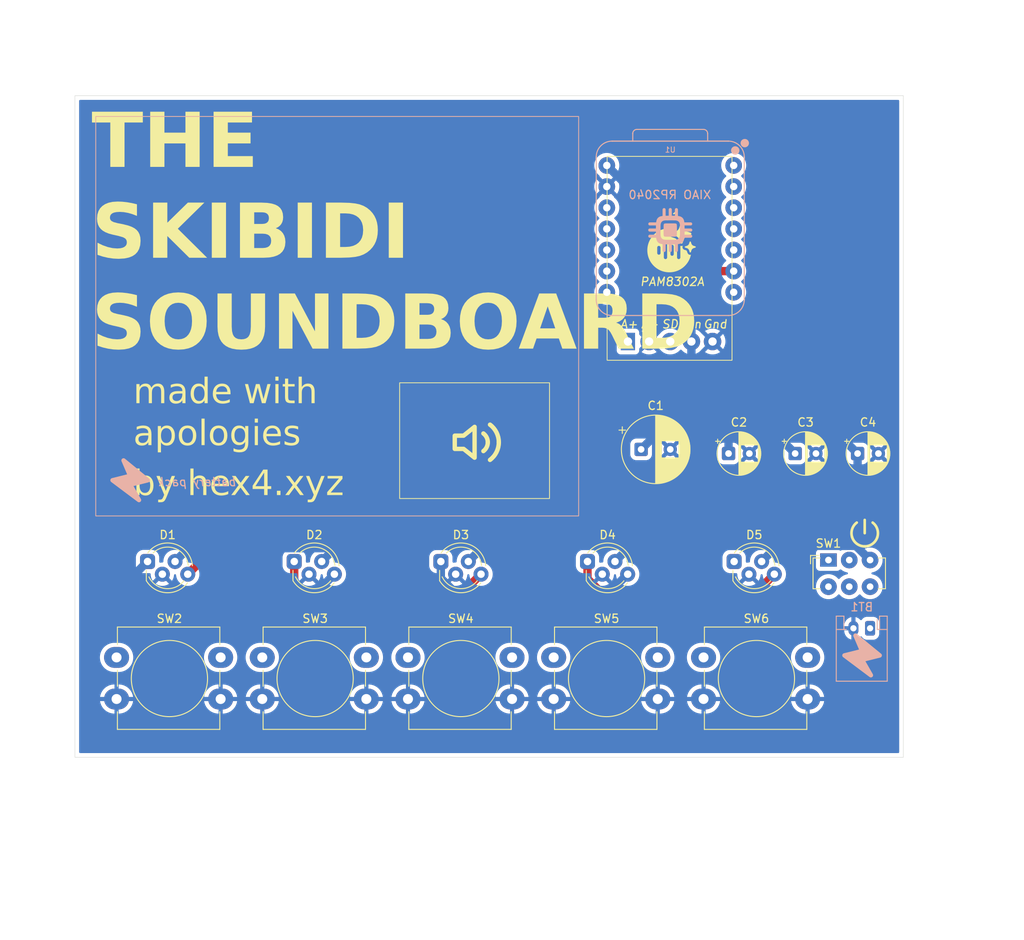
<source format=kicad_pcb>
(kicad_pcb (version 20241229) (generator "pcbnew") (generator_version "9.0")
  (layers (0 "F.Cu" signal) (2 "B.Cu" signal) (13 "F.Paste" user) (15 "B.Paste" user) (5 "F.SilkS" user "F.Silkscreen") (7 "B.SilkS" user "B.Silkscreen") (1 "F.Mask" user) (3 "B.Mask" user) (25 "Edge.Cuts" user))
  (net 0 "")
  (net 1 "Net-(BT1-+)")
  (net 2 "GND")
  (net 3 "+5V")
  (net 4 "Net-(D1-DOUT)")
  (net 5 "RGB")
  (net 6 "Net-(D2-DOUT)")
  (net 7 "Net-(D3-DOUT)")
  (net 8 "Net-(D4-DOUT)")
  (net 11 "A+")
  (net 13 "BTN1")
  (net 14 "BTN2")
  (net 15 "BTN3")
  (net 16 "BTN4")
  (net 17 "BTN5")
  (footprint "LED_THT:LED_D5.0mm-4_RGB_Staggered_Pins" (layer "F.Cu") (at 172.561 93.476)
    (property "Reference" "D4" (at 2.413 -3.198 0) (layer "F.SilkS"))
    (property "Value" "NeoPixel_THT")
    (pad "1" thru_hole roundrect (at 0 0) (size 1.8 1.8) (drill 0.9) (layers "*.Cu" "*.Mask") (net 8 "Net-(D4-DOUT)"))
    (pad "2" thru_hole circle (at 1.778 1.524) (size 1.8 1.8) (drill 0.9) (layers "*.Cu" "*.Mask") (net 2 "GND"))
    (pad "3" thru_hole circle (at 3.302 0) (size 1.8 1.8) (drill 0.9) (layers "*.Cu" "*.Mask") (net 3 "+5V"))
    (pad "4" thru_hole circle (at 4.826 1.524) (size 1.8 1.8) (drill 0.9) (layers "*.Cu" "*.Mask") (net 7 "Net-(D3-DOUT)"))
  )
  (footprint "Button_Switch_THT:SW_PUSH-12mm_Wuerth-430476085716" (layer "F.Cu") (at 133.5 105)
    (property "Reference" "SW3" (at 6.35 -4.66 0) (layer "F.SilkS"))
    (property "Value" "SW_Push")
    (pad "1" thru_hole oval (at 0 0) (size 3 2.5) (drill 1.2) (layers "*.Cu" "*.Mask") (net 14 "BTN2"))
    (pad "1" thru_hole oval (at 12.5 0) (size 3 2.5) (drill 1.2) (layers "*.Cu" "*.Mask") (net 14 "BTN2"))
    (pad "2" thru_hole oval (at 0 5) (size 3 2.5) (drill 1.2) (layers "*.Cu" "*.Mask") (net 2 "GND"))
    (pad "2" thru_hole oval (at 12.5 5) (size 3 2.5) (drill 1.2) (layers "*.Cu" "*.Mask") (net 2 "GND"))
  )
  (footprint "LED_THT:LED_D5.0mm-4_RGB_Staggered_Pins" (layer "F.Cu") (at 119.722 93.476)
    (property "Reference" "D1" (at 2.413 -3.198 0) (layer "F.SilkS"))
    (property "Value" "NeoPixel_THT")
    (pad "1" thru_hole roundrect (at 0 0) (size 1.8 1.8) (drill 0.9) (layers "*.Cu" "*.Mask") (net 4 "Net-(D1-DOUT)"))
    (pad "2" thru_hole circle (at 1.778 1.524) (size 1.8 1.8) (drill 0.9) (layers "*.Cu" "*.Mask") (net 2 "GND"))
    (pad "3" thru_hole circle (at 3.302 0) (size 1.8 1.8) (drill 0.9) (layers "*.Cu" "*.Mask") (net 3 "+5V"))
    (pad "4" thru_hole circle (at 4.826 1.524) (size 1.8 1.8) (drill 0.9) (layers "*.Cu" "*.Mask") (net 5 "RGB"))
  )
  (footprint "Capacitor_THT:CP_Radial_D5.0mm_P2.50mm" (layer "F.Cu") (at 189.5 80.5)
    (property "Reference" "C2" (at 1.25 -3.75 0) (layer "F.SilkS"))
    (property "Value" "0.1uF")
    (pad "1" thru_hole roundrect (at 0 0) (size 1.6 1.6) (drill 0.8) (layers "*.Cu" "*.Mask") (roundrect_rratio 0.15625) (net 3 "+5V"))
    (pad "2" thru_hole circle (at 2.5 0) (size 1.6 1.6) (drill 0.8) (layers "*.Cu" "*.Mask") (net 2 "GND"))
  )
  (footprint "Button_Switch_THT:SW_PUSH-12mm_Wuerth-430476085716" (layer "F.Cu") (at 151 105)
    (property "Reference" "SW4" (at 6.35 -4.66 0) (layer "F.SilkS"))
    (property "Value" "SW_Push")
    (pad "1" thru_hole oval (at 0 0) (size 3 2.5) (drill 1.2) (layers "*.Cu" "*.Mask") (net 15 "BTN3"))
    (pad "1" thru_hole oval (at 12.5 0) (size 3 2.5) (drill 1.2) (layers "*.Cu" "*.Mask") (net 15 "BTN3"))
    (pad "2" thru_hole oval (at 0 5) (size 3 2.5) (drill 1.2) (layers "*.Cu" "*.Mask") (net 2 "GND"))
    (pad "2" thru_hole oval (at 12.5 5) (size 3 2.5) (drill 1.2) (layers "*.Cu" "*.Mask") (net 2 "GND"))
  )
  (footprint "Capacitor_THT:CP_Radial_D5.0mm_P2.50mm" (layer "F.Cu") (at 197.5 80.5)
    (property "Reference" "C3" (at 1.25 -3.75 0) (layer "F.SilkS"))
    (property "Value" "0.1uF")
    (pad "1" thru_hole roundrect (at 0 0) (size 1.6 1.6) (drill 0.8) (layers "*.Cu" "*.Mask") (roundrect_rratio 0.15625) (net 3 "+5V"))
    (pad "2" thru_hole circle (at 2.5 0) (size 1.6 1.6) (drill 0.8) (layers "*.Cu" "*.Mask") (net 2 "GND"))
  )
  (footprint "Capacitor_THT:CP_Radial_D8.0mm_P3.50mm" (layer "F.Cu") (at 179 80)
    (property "Reference" "C1" (at 1.75 -5.25 0) (layer "F.SilkS"))
    (property "Value" "680uF")
    (pad "1" thru_hole roundrect (at 0 0) (size 1.6 1.6) (drill 0.8) (layers "*.Cu" "*.Mask") (roundrect_rratio 0.15625) (net 3 "+5V"))
    (pad "2" thru_hole circle (at 3.5 0) (size 1.6 1.6) (drill 0.8) (layers "*.Cu" "*.Mask") (net 2 "GND"))
  )
  (footprint "Button_Switch_THT:SW_PUSH-12mm_Wuerth-430476085716" (layer "F.Cu") (at 186.5 105)
    (property "Reference" "SW6" (at 6.35 -4.66 0) (layer "F.SilkS"))
    (property "Value" "SW_Push")
    (pad "1" thru_hole oval (at 0 0) (size 3 2.5) (drill 1.2) (layers "*.Cu" "*.Mask") (net 17 "BTN5"))
    (pad "1" thru_hole oval (at 12.5 0) (size 3 2.5) (drill 1.2) (layers "*.Cu" "*.Mask") (net 17 "BTN5"))
    (pad "2" thru_hole oval (at 0 5) (size 3 2.5) (drill 1.2) (layers "*.Cu" "*.Mask") (net 2 "GND"))
    (pad "2" thru_hole oval (at 12.5 5) (size 3 2.5) (drill 1.2) (layers "*.Cu" "*.Mask") (net 2 "GND"))
  )
  (footprint "LED_THT:LED_D5.0mm-4_RGB_Staggered_Pins" (layer "F.Cu") (at 137.335 93.476)
    (property "Reference" "D2" (at 2.413 -3.198 0) (layer "F.SilkS"))
    (property "Value" "NeoPixel_THT")
    (pad "1" thru_hole roundrect (at 0 0) (size 1.8 1.8) (drill 0.9) (layers "*.Cu" "*.Mask") (net 6 "Net-(D2-DOUT)"))
    (pad "2" thru_hole circle (at 1.778 1.524) (size 1.8 1.8) (drill 0.9) (layers "*.Cu" "*.Mask") (net 2 "GND"))
    (pad "3" thru_hole circle (at 3.302 0) (size 1.8 1.8) (drill 0.9) (layers "*.Cu" "*.Mask") (net 3 "+5V"))
    (pad "4" thru_hole circle (at 4.826 1.524) (size 1.8 1.8) (drill 0.9) (layers "*.Cu" "*.Mask") (net 4 "Net-(D1-DOUT)"))
  )
  (footprint "LED_THT:LED_D5.0mm-4_RGB_Staggered_Pins" (layer "F.Cu") (at 190.174 93.476)
    (property "Reference" "D5" (at 2.413 -3.198 0) (layer "F.SilkS"))
    (property "Value" "NeoPixel_THT")
    (pad "1" thru_hole roundrect (at 0 0) (size 1.8 1.8) (drill 0.9) (layers "*.Cu" "*.Mask"))
    (pad "2" thru_hole circle (at 1.778 1.524) (size 1.8 1.8) (drill 0.9) (layers "*.Cu" "*.Mask") (net 2 "GND"))
    (pad "3" thru_hole circle (at 3.302 0) (size 1.8 1.8) (drill 0.9) (layers "*.Cu" "*.Mask") (net 3 "+5V"))
    (pad "4" thru_hole circle (at 4.826 1.524) (size 1.8 1.8) (drill 0.9) (layers "*.Cu" "*.Mask") (net 8 "Net-(D4-DOUT)"))
  )
  (footprint "LED_THT:LED_D5.0mm-4_RGB_Staggered_Pins" (layer "F.Cu") (at 154.948 93.476)
    (property "Reference" "D3" (at 2.413 -3.198 0) (layer "F.SilkS"))
    (property "Value" "NeoPixel_THT")
    (pad "1" thru_hole roundrect (at 0 0) (size 1.8 1.8) (drill 0.9) (layers "*.Cu" "*.Mask") (net 7 "Net-(D3-DOUT)"))
    (pad "2" thru_hole circle (at 1.778 1.524) (size 1.8 1.8) (drill 0.9) (layers "*.Cu" "*.Mask") (net 2 "GND"))
    (pad "3" thru_hole circle (at 3.302 0) (size 1.8 1.8) (drill 0.9) (layers "*.Cu" "*.Mask") (net 3 "+5V"))
    (pad "4" thru_hole circle (at 4.826 1.524) (size 1.8 1.8) (drill 0.9) (layers "*.Cu" "*.Mask") (net 6 "Net-(D2-DOUT)"))
  )
  (footprint "Button_Switch_THT:SW_PUSH-12mm_Wuerth-430476085716" (layer "F.Cu") (at 168.5 105)
    (property "Reference" "SW5" (at 6.35 -4.66 0) (layer "F.SilkS"))
    (property "Value" "SW_Push")
    (pad "1" thru_hole oval (at 0 0) (size 3 2.5) (drill 1.2) (layers "*.Cu" "*.Mask") (net 16 "BTN4"))
    (pad "1" thru_hole oval (at 12.5 0) (size 3 2.5) (drill 1.2) (layers "*.Cu" "*.Mask") (net 16 "BTN4"))
    (pad "2" thru_hole oval (at 0 5) (size 3 2.5) (drill 1.2) (layers "*.Cu" "*.Mask") (net 2 "GND"))
    (pad "2" thru_hole oval (at 12.5 5) (size 3 2.5) (drill 1.2) (layers "*.Cu" "*.Mask") (net 2 "GND"))
  )
  (footprint "Button_Switch_THT:SW_PUSH-12mm_Wuerth-430476085716" (layer "F.Cu") (at 116 105)
    (property "Reference" "SW2" (at 6.35 -4.66 0) (layer "F.SilkS"))
    (property "Value" "SW_Push")
    (pad "1" thru_hole oval (at 0 0) (size 3 2.5) (drill 1.2) (layers "*.Cu" "*.Mask") (net 13 "BTN1"))
    (pad "1" thru_hole oval (at 12.5 0) (size 3 2.5) (drill 1.2) (layers "*.Cu" "*.Mask") (net 13 "BTN1"))
    (pad "2" thru_hole oval (at 0 5) (size 3 2.5) (drill 1.2) (layers "*.Cu" "*.Mask") (net 2 "GND"))
    (pad "2" thru_hole oval (at 12.5 5) (size 3 2.5) (drill 1.2) (layers "*.Cu" "*.Mask") (net 2 "GND"))
  )
  (footprint "Capacitor_THT:CP_Radial_D5.0mm_P2.50mm" (layer "F.Cu") (at 205 80.5)
    (property "Reference" "C4" (at 1.25 -3.75 0) (layer "F.SilkS"))
    (property "Value" "0.1uF")
    (pad "1" thru_hole roundrect (at 0 0) (size 1.6 1.6) (drill 0.8) (layers "*.Cu" "*.Mask") (roundrect_rratio 0.15625) (net 3 "+5V"))
    (pad "2" thru_hole circle (at 2.5 0) (size 1.6 1.6) (drill 0.8) (layers "*.Cu" "*.Mask") (net 2 "GND"))
  )
  (footprint "Button_Switch_THT:SW_E-Switch_EG1271_SPDT" (layer "F.Cu") (at 201.5 93.3)
    (property "Reference" "SW1" (at 0 -2 0) (layer "F.SilkS"))
    (property "Value" "SW_SPDT" (hide yes))
    (pad "1" thru_hole rect (at 0 0) (size 2 1.6) (drill 0.8) (layers "*.Cu" "*.Mask"))
    (pad "2" thru_hole circle (at 2.5 0) (size 2 2) (drill 0.8) (layers "*.Cu" "*.Mask") (net 1 "Net-(BT1-+)"))
    (pad "3" thru_hole circle (at 5 0) (size 2 2) (drill 0.8) (layers "*.Cu" "*.Mask") (net 3 "+5V"))
    (pad "4" thru_hole circle (at 0 3.2) (size 2 2) (drill 0.8) (layers "*.Cu" "*.Mask"))
    (pad "5" thru_hole circle (at 2.5 3.2) (size 2 2) (drill 0.8) (layers "*.Cu" "*.Mask"))
    (pad "6" thru_hole circle (at 5 3.2) (size 2 2) (drill 0.8) (layers "*.Cu" "*.Mask"))
  )
  (footprint "Connector_PinSocket_2.54mm:PinSocket_1x05_P2.54mm_Horizontal" (layer "F.Cu") (at 186.92 66.54)
    (property "Reference" "J1" (at -4.104995 -14.601102 0) (layer "F.SilkS"))
    (property "Value" "Conn_01x05_Pin")
    (fp_text user "Gnd" (at -0.5 -1 0) (layer "F.SilkS") (effects (font (thickness 0.15) (italic yes)) (justify left bottom)))
    (fp_text user "PAM8302A" (at -8.104995 -6.101102 0) (layer "F.SilkS") (effects (font (thickness 0.15) (italic yes)) (justify left bottom)))
    (fp_text user "A-" (at -8 -1 0) (layer "F.SilkS") (effects (font (thickness 0.15) (italic yes)) (justify left bottom)))
    (fp_text user "SD" (at -5.5 -1 0) (layer "F.SilkS") (effects (font (thickness 0.15) (italic yes)) (justify left bottom)))
    (fp_text user "Vin" (at -3 -1 0) (layer "F.SilkS") (effects (font (thickness 0.15) (italic yes)) (justify left bottom)))
    (fp_text user "A+" (at -10.5 -1 0) (layer "F.SilkS") (effects (font (thickness 0.15) (italic yes)) (justify left bottom)))
    (pad "1" thru_hole rect (at -9.5 0.5 90) (size 2.1 1.7) (drill 1) (layers "*.Cu" "*.Mask") (net 11 "A+"))
    (pad "2" thru_hole circle (at -6.96 0.5 90) (size 2.1 2.1) (drill 1) (layers "*.Cu" "*.Mask") (net 2 "GND"))
    (pad "3" thru_hole circle (at -4.42 0.5 90) (size 2.1 2.1) (drill 1) (layers "*.Cu" "*.Mask"))
    (pad "4" thru_hole circle (at -1.88 0.5 90) (size 2.1 2.1) (drill 1) (layers "*.Cu" "*.Mask") (net 3 "+5V"))
    (pad "5" thru_hole circle (at 0.66 0.5 90) (size 2.1 2.1) (drill 1) (layers "*.Cu" "*.Mask") (net 2 "GND"))
  )
  (footprint "Connector_JST:JST_PH_S2B-PH-K_1x02_P2.00mm_Horizontal" (layer "B.Cu") (at 206.5 101.5 180)
    (property "Reference" "BT1" (at 1 2.55 0) (layer "B.SilkS") (effects (justify mirror)))
    (property "Value" "Battery")
    (pad "1" thru_hole roundrect (at 0 0 180) (size 1.2 1.75) (drill 0.75) (layers "*.Cu" "*.Mask") (roundrect_rratio 0.208333) (net 1 "Net-(BT1-+)"))
    (pad "2" thru_hole oval (at 2 0 180) (size 1.2 1.75) (drill 0.75) (layers "*.Cu" "*.Mask") (net 2 "GND"))
  )
  (footprint "XIAO_PCB:XIAO-RP2040-DIP" (layer "B.Cu") (at 182.5 53.5 180)
    (property "Reference" "U1" (at 0 9.5 0) (layer "B.SilkS") (effects (font (size 0.635 0.635) (thickness 0.1016)) (justify mirror)))
    (property "Value" "XIAO-RP2040-DIP")
    (fp_text user "XIAO RP2040" (at -5 3.5 0) (layer "B.SilkS") (effects (justify left bottom mirror)))
    (pad "1" thru_hole circle (at -7.62 7.62) (size 2 2) (drill 0.889) (layers "*.Cu" "*.Mask"))
    (pad "2" thru_hole circle (at -7.62 5.08) (size 2 2) (drill 0.889) (layers "*.Cu" "*.Mask"))
    (pad "3" thru_hole circle (at -7.62 2.54) (size 2 2) (drill 0.889) (layers "*.Cu" "*.Mask"))
    (pad "4" thru_hole circle (at -7.62 0) (size 2 2) (drill 0.889) (layers "*.Cu" "*.Mask"))
    (pad "5" thru_hole circle (at -7.62 -2.54) (size 2 2) (drill 0.889) (layers "*.Cu" "*.Mask") (net 17 "BTN5"))
    (pad "6" thru_hole circle (at -7.62 -5.08) (size 2 2) (drill 0.889) (layers "*.Cu" "*.Mask") (net 5 "RGB"))
    (pad "7" thru_hole circle (at -7.62 -7.62) (size 2 2) (drill 0.889) (layers "*.Cu" "*.Mask") (net 11 "A+"))
    (pad "8" thru_hole circle (at 7.62 -7.62 180) (size 2 2) (drill 0.889) (layers "*.Cu" "*.Mask") (net 13 "BTN1"))
    (pad "9" thru_hole circle (at 7.62 -5.08 180) (size 2 2) (drill 0.889) (layers "*.Cu" "*.Mask") (net 14 "BTN2"))
    (pad "10" thru_hole circle (at 7.62 -2.54 180) (size 2 2) (drill 0.889) (layers "*.Cu" "*.Mask") (net 16 "BTN4"))
    (pad "11" thru_hole circle (at 7.62 0 180) (size 2 2) (drill 0.889) (layers "*.Cu" "*.Mask") (net 15 "BTN3"))
    (pad "12" thru_hole circle (at 7.62 2.54 180) (size 2 2) (drill 0.889) (layers "*.Cu" "*.Mask"))
    (pad "13" thru_hole circle (at 7.62 5.08 180) (size 2 2) (drill 0.889) (layers "*.Cu" "*.Mask") (net 2 "GND"))
    (pad "14" thru_hole circle (at 7.62 7.62 180) (size 2 2) (drill 0.889) (layers "*.Cu" "*.Mask") (net 3 "+5V"))
  )
  (gr_curve (pts (xy 160.058333 80.20625) (xy 160.391451 79.956412) (xy 160.587499 79.564315) (xy 160.587499 79.147917)) (stroke (width 0.529166) (color 128 128 128 1)) (layer "F.SilkS"))
  (gr_rect (start 150 72) (end 168 85.905927) (stroke (width 0.1)) (fill no) (layer "F.SilkS"))
  (gr_curve (pts (xy 161.910416 79.147917) (xy 161.910416 78.315121) (xy 161.518319 77.530928) (xy 160.852083 77.03125)) (stroke (width 0.529166) (color 128 128 128 1)) (layer "F.SilkS"))
  (gr_poly (pts (xy 159 81) (xy 157.677083 79.941667) (xy 156.61875 79.941667) (xy 156.61875 78.354167) (xy 157.677083 78.354167) (xy 159 77.295834)) (stroke (width 0.529166) (color 128 128 128 1)) (fill no) (layer "F.SilkS"))
  (gr_curve (pts (xy 160.852083 81.264584) (xy 161.518319 80.764906) (xy 161.910416 79.980712) (xy 161.910416 79.147917)) (stroke (width 0.529166) (color 128 128 128 1)) (layer "F.SilkS"))
  (gr_curve (pts (xy 160.587499 79.147917) (xy 160.587499 78.731519) (xy 160.391451 78.339422) (xy 160.058333 78.089584)) (stroke (width 0.529166) (color 128 128 128 1)) (layer "F.SilkS"))
  (gr_poly (pts (xy 116.824284 81.064991) (xy 116.802731 81.067229) (xy 116.781374 81.071242) (xy 116.760329 81.077034) (xy 116.73971 81.084604) (xy 116.729597 81.089058) (xy 116.719634 81.093957) (xy 116.709834 81.099303) (xy 116.700214 81.105095) (xy 116.690787 81.111333) (xy 116.681567 81.118019) (xy 116.664083 81.132413) (xy 116.648095 81.14803) (xy 116.633632 81.164759) (xy 116.620723 81.18249) (xy 116.609398 81.201114) (xy 116.599685 81.22052) (xy 116.591614 81.240598) (xy 116.585215 81.261239) (xy 116.580516 81.282332) (xy 116.577546 81.303767) (xy 116.576336 81.325434) (xy 116.576914 81.347223) (xy 116.57931 81.369025) (xy 116.583552 81.390729) (xy 116.58967 81.412224) (xy 116.597694 81.433402) (xy 117.268942 83) (xy 115.453899 83.454025) (xy 115.435621 83.459284) (xy 115.417929 83.465776) (xy 115.400871 83.473449) (xy 115.384496 83.482254) (xy 115.368852 83.492141) (xy 115.353985 83.50306) (xy 115.339945 83.514961) (xy 115.326778 83.527794) (xy 115.314533 83.541509) (xy 115.303257 83.556057) (xy 115.292998 83.571386) (xy 115.283805 83.587448) (xy 115.275724 83.604192) (xy 115.268804 83.621568) (xy 115.263092 83.639527) (xy 115.258637 83.658018) (xy 115.256914 83.667403) (xy 115.255537 83.676797) (xy 115.2545 83.68619) (xy 115.253803 83.695575) (xy 115.25344 83.704943) (xy 115.25341 83.714286) (xy 115.254335 83.732867) (xy 115.256552 83.751253) (xy 115.260036 83.769378) (xy 115.264764 83.787179) (xy 115.270709 83.804589) (xy 115.277849 83.821545) (xy 115.286158 83.837982) (xy 115.295611 83.853835) (xy 115.306183 83.869039) (xy 115.317851 83.88353) (xy 115.324088 83.890487) (xy 115.330589 83.897242) (xy 115.337352 83.903786) (xy 115.344373 83.910111) (xy 115.35165 83.916209) (xy 115.359178 83.922072) (xy 118.534178 86.303322) (xy 118.54288 86.309577) (xy 118.551801 86.315458) (xy 118.56093 86.320961) (xy 118.570254 86.326081) (xy 118.579761 86.330816) (xy 118.589439 86.33516) (xy 118.599276 86.33911) (xy 118.60926 86.342661) (xy 118.619377 86.34581) (xy 118.629617 86.348553) (xy 118.639966 86.350884) (xy 118.650413 86.352801) (xy 118.660944 86.354299) (xy 118.671549 86.355374) (xy 118.682215 86.356022) (xy 118.692928 86.356239) (xy 118.701739 86.356085) (xy 118.710501 86.355641) (xy 118.71921 86.35491) (xy 118.727859 86.353896) (xy 118.736442 86.352603) (xy 118.744954 86.351033) (xy 118.753387 86.34919) (xy 118.761737 86.347078) (xy 118.769997 86.3447) (xy 118.778162 86.342059) (xy 118.786225 86.339159) (xy 118.794181 86.336004) (xy 118.802022 86.332596) (xy 118.809745 86.328939) (xy 118.817342 86.325038) (xy 118.824807 86.320894) (xy 118.832135 86.316512) (xy 118.83932 86.311895) (xy 118.846355 86.307046) (xy 118.853235 86.301969) (xy 118.859954 86.296668) (xy 118.866505 86.291145) (xy 118.872883 86.285404) (xy 118.879082 86.279449) (xy 118.885096 86.273283) (xy 118.890919 86.26691) (xy 118.896544 86.260333) (xy 118.901966 86.253555) (xy 118.90718 86.246579) (xy 118.912178 86.239411) (xy 118.916955 86.232051) (xy 118.921506 86.224505) (xy 118.929826 86.209015) (xy 118.937046 86.193135) (xy 118.943168 86.176919) (xy 118.948189 86.160423) (xy 118.952111 86.143702) (xy 118.954932 86.126812) (xy 118.956653 86.109806) (xy 118.957274 86.092741) (xy 118.956793 86.075671) (xy 118.955212 86.058652) (xy 118.952529 86.041739) (xy 118.948745 86.024986) (xy 118.943859 86.00845) (xy 118.937871 85.992184) (xy 118.93078 85.976245) (xy 118.922588 85.960687) (xy 118.037556 84.411816) (xy 119.815292 83.967052) (xy 119.833218 83.961882) (xy 119.850583 83.955526) (xy 119.867341 83.948029) (xy 119.883446 83.939439) (xy 119.898853 83.929804) (xy 119.913515 83.919168) (xy 119.927387 83.90758) (xy 119.940424 83.895086) (xy 119.95258 83.881734) (xy 119.963809 83.867569) (xy 119.974065 83.852639) (xy 119.983303 83.836991) (xy 119.991477 83.820671) (xy 119.998542 83.803727) (xy 120.004451 83.786204) (xy 120.00916 83.768151) (xy 120.012589 83.749812) (xy 120.014706 83.731442) (xy 120.015532 83.713102) (xy 120.015088 83.694855) (xy 120.013395 83.676762) (xy 120.010475 83.658886) (xy 120.006349 83.641288) (xy 120.001039 83.624029) (xy 119.994566 83.607172) (xy 119.986951 83.590779) (xy 119.978215 83.574912) (xy 119.968381 83.559631) (xy 119.957468 83.545) (xy 119.9455 83.531079) (xy 119.932496 83.517932) (xy 119.918479 83.505618) (xy 117.008063 81.124369) (xy 116.99911 81.11733) (xy 116.989932 81.11073) (xy 116.980544 81.104568) (xy 116.97096 81.098846) (xy 116.961195 81.093562) (xy 116.951263 81.088719) (xy 116.930954 81.080352) (xy 116.91015 81.073747) (xy 116.888965 81.068906) (xy 116.867516 81.065832) (xy 116.845917 81.064526)) (fill yes) (layer "B.SilkS"))
  (gr_rect (start 113.5 40) (end 171.5 88) (stroke (width 0.1)) (fill no) (layer "B.SilkS"))
  (gr_rect (start 111 37.5) (end 210.5 117) (stroke (width 0.05)) (fill no) (layer "Edge.Cuts"))
  (gr_text "by hex4.xyz\n" (at 118 86 0) (layer "F.SilkS") (effects (font (size 3 3) (thickness 0.1) (italic yes)) (justify left bottom)))
  (gr_text "made with \napologies" (at 118 80 0) (layer "F.SilkS") (effects (font (size 3 3) (thickness 0.1) (italic yes)) (justify left bottom)))
  (gr_text "THE\nSKIBIDI\nSOUNDBOARD" (at 113 69 0) (layer "F.SilkS") (effects (font (size 6.5 6.5) (thickness 1.3) (bold yes)) (justify left bottom)))
  (gr_text "battery pack" (at 130.5 84.5 -0) (layer "B.SilkS") (effects (font (size 1 1) (thickness 0.15) (italic yes)) (justify left bottom mirror)))
  (segment (start 177.74 91.599) (end 160.127 91.599) (width 1) (layer "B.Cu") (net 3))
  (segment (start 124.625 91.875) (end 123.024 93.476) (width 1) (layer "B.Cu") (net 3))
  (segment (start 160.127 91.599) (end 158.25 93.476) (width 1) (layer "B.Cu") (net 3))
  (segment (start 142.0565 92.0565) (end 140.637 93.476) (width 1) (layer "B.Cu") (net 3))
  (segment (start 195.353 91.599) (end 193.476 93.476) (width 1) (layer "B.Cu") (net 3))
  (segment (start 142.0565 92.0565) (end 141.875 91.875) (width 1) (layer "B.Cu") (net 3))
  (segment (start 190.96 73.96) (end 198.46 73.96) (width 1) (layer "B.Cu") (net 3))
  (segment (start 189.5 78.42) (end 189.5 80.5) (width 1) (layer "B.Cu") (net 3))
  (segment (start 174.88 45.88) (end 185.04 56.04) (width 1) (layer "B.Cu") (net 3))
  (segment (start 205 91.8) (end 204.799 91.599) (width 1) (layer "B.Cu") (net 3))
  (segment (start 185.04 73.96) (end 179 80) (width 1) (layer "B.Cu") (net 3))
  (segment (start 205 91.8) (end 206.5 93.3) (width 1) (layer "B.Cu") (net 3))
  (segment (start 185.04 73.96) (end 190.96 73.96) (width 1) (layer "B.Cu") (net 3))
  (segment (start 185.04 73.96) (end 189.5 78.42) (width 1) (layer "B.Cu") (net 3))
  (segment (start 205 80.5) (end 205 91.8) (width 1) (layer "B.Cu") (net 3))
  (segment (start 142.514 91.599) (end 142.0565 92.0565) (width 1) (layer "B.Cu") (net 3))
  (segment (start 198.46 73.96) (end 205 80.5) (width 1) (layer "B.Cu") (net 3))
  (segment (start 190.96 73.96) (end 197.5 80.5) (width 1) (layer "B.Cu") (net 3))
  (segment (start 160.127 91.599) (end 142.514 91.599) (width 1) (layer "B.Cu") (net 3))
  (segment (start 195.353 91.599) (end 177.74 91.599) (width 1) (layer "B.Cu") (net 3))
  (segment (start 185.04 56.04) (end 185.04 67.04) (width 1) (layer "B.Cu") (net 3))
  (segment (start 204.799 91.599) (end 195.353 91.599) (width 1) (layer "B.Cu") (net 3))
  (segment (start 141.875 91.875) (end 124.625 91.875) (width 1) (layer "B.Cu") (net 3))
  (segment (start 185.04 67.04) (end 185.04 73.96) (width 1) (layer "B.Cu") (net 3))
  (segment (start 177.74 91.599) (end 175.863 93.476) (width 1) (layer "B.Cu") (net 3))
  (segment (start 119.722 93.476) (end 118 95.198) (width 1) (layer "B.Cu") (net 4))
  (segment (start 118 99) (end 138.161 99) (width 1) (layer "B.Cu") (net 4))
  (segment (start 138.161 99) (end 142.161 95) (width 1) (layer "B.Cu") (net 4))
  (segment (start 118 95.198) (end 118 99) (width 1) (layer "B.Cu") (net 4))
  (segment (start 161.375 77.625) (end 141.923 77.625) (width 1) (layer "F.Cu") (net 5))
  (segment (start 190.12 58.58) (end 180.42 58.58) (width 1) (layer "F.Cu") (net 5))
  (segment (start 141.923 77.625) (end 124.548 95) (width 1) (layer "F.Cu") (net 5))
  (segment (start 180.42 58.58) (end 161.375 77.625) (width 1) (layer "F.Cu") (net 5))
  (segment (start 137.335 98.335) (end 137.335 93.476) (width 1) (layer "F.Cu") (net 6))
  (segment (start 159.774 95) (end 155.774 99) (width 1) (layer "F.Cu") (net 6))
  (segment (start 138 99) (end 137.335 98.335) (width 1) (layer "F.Cu") (net 6))
  (segment (start 155.774 99) (end 138 99) (width 1) (layer "F.Cu") (net 6))
  (segment (start 158.461844 99) (end 173.387 99) (width 1) (layer "B.Cu") (net 7))
  (segment (start 154.948 95.486156) (end 158.461844 99) (width 1) (layer "B.Cu") (net 7))
  (segment (start 173.387 99) (end 177.387 95) (width 1) (layer "B.Cu") (net 7))
  (segment (start 154.948 93.476) (end 154.948 95.486156) (width 1) (layer "B.Cu") (net 7))
  (segment (start 195 95) (end 191 99) (width 1) (layer "F.Cu") (net 8))
  (segment (start 176 99) (end 172.561 95.561) (width 1) (layer "F.Cu") (net 8))
  (segment (start 191 99) (end 176 99) (width 1) (layer "F.Cu") (net 8))
  (segment (start 172.561 95.561) (end 172.561 93.476) (width 1) (layer "F.Cu") (net 8))
  (zone (net 2) (net_name "GND") (layer "B.Cu") (connect_pads (clearance 0.5)) (min_thickness 0.25) (fill yes (thermal_gap 0.5) (thermal_bridge_width 0.5))
    (polygon (pts (xy 105 34) (xy 107 26) (xy 225 29) (xy 223 134) (xy 102 139)))
  )
)
</source>
